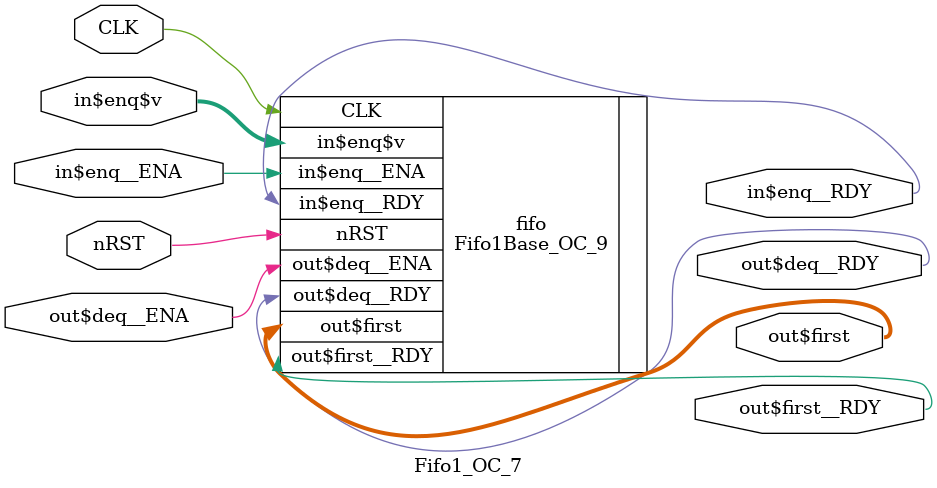
<source format=v>
`include "precision.generated.vh"

`default_nettype none
module Fifo1_OC_7 (input wire CLK, input wire nRST,
    input wire in$enq__ENA,
    input wire [9:0]in$enq$v,
    output wire in$enq__RDY,
    input wire out$deq__ENA,
    output wire out$deq__RDY,
    output wire [9:0]out$first,
    output wire out$first__RDY);
    Fifo1Base_OC_9 fifo (.CLK(CLK), .nRST(nRST),
        .in$enq__ENA(in$enq__ENA),
        .in$enq$v(in$enq$v),
        .in$enq__RDY(in$enq__RDY),
        .out$deq__ENA(out$deq__ENA),
        .out$deq__RDY(out$deq__RDY),
        .out$first(out$first),
        .out$first__RDY(out$first__RDY));
endmodule 

`default_nettype wire    // set back to default value

</source>
